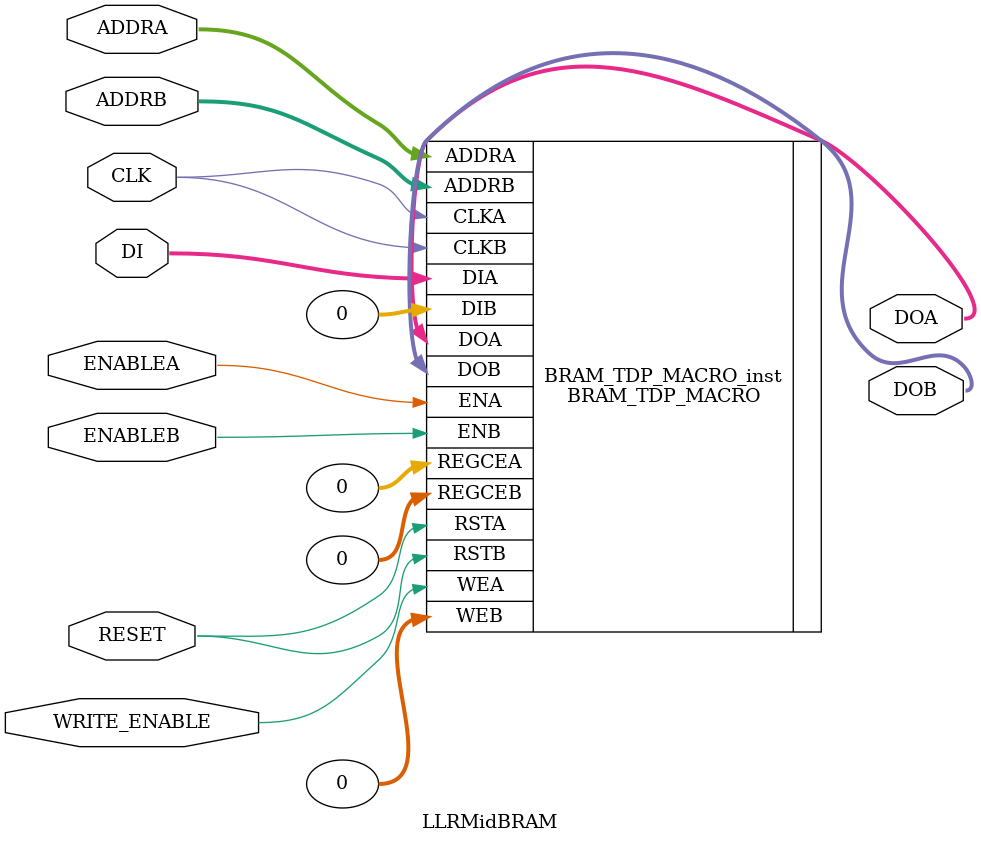
<source format=sv>
`timescale 1ns / 1ps


module LLRMidBRAM#(
parameter DATA_WIDTH=8,
parameter ADDR_WIDTH=11,
parameter READ_REG_ENABLE=0
)
(
        output wire [DATA_WIDTH-1:0] DOA,       // Output read data port, width defined by DATA_WIDTH parameter
        output wire [DATA_WIDTH-1:0] DOB,       // Output read data port, width defined by DATA_WIDTH parameter
        input wire  [DATA_WIDTH-1:0] DI,        // Input write data port, width defined by DATA_WIDTH parameter
        input wire  [ADDR_WIDTH-1:0] ADDRA, // Input  address, width defined by read port depth
        input wire  [ADDR_WIDTH-1:0] ADDRB, // Input  address, width defined by write port depth
        input wire RESET,       // 1-bit input reset      
        input wire CLK,   // 1-bit input read clock
        input wire ENABLEA,     // 1-bit input read port enable
        input wire ENABLEB,     // 1-bit input read port enable
        input wire WRITE_ENABLE      // 1-bit input write port enable
    );
    




       // BRAM_TDP_MACRO: True Dual Port RAM
       //                 Kintex-7
       // Xilinx HDL Language Template, version 2016.4
       
       //////////////////////////////////////////////////////////////////////////
       // DATA_WIDTH_A/B | BRAM_SIZE | RAM Depth | ADDRA/B Width | WEA/B Width //
       // ===============|===========|===========|===============|=============//
       //     19-36      |  "36Kb"   |    1024   |    10-bit     |    4-bit    //
       //     10-18      |  "36Kb"   |    2048   |    11-bit     |    2-bit    //
       //     10-18      |  "18Kb"   |    1024   |    10-bit     |    2-bit    //
       //      5-9       |  "36Kb"   |    4096   |    12-bit     |    1-bit    //
       //      5-9       |  "18Kb"   |    2048   |    11-bit     |    1-bit    //
       //      3-4       |  "36Kb"   |    8192   |    13-bit     |    1-bit    //
       //      3-4       |  "18Kb"   |    4096   |    12-bit     |    1-bit    //
       //        2       |  "36Kb"   |   16384   |    14-bit     |    1-bit    //
       //        2       |  "18Kb"   |    8192   |    13-bit     |    1-bit    //
       //        1       |  "36Kb"   |   32768   |    15-bit     |    1-bit    //
       //        1       |  "18Kb"   |   16384   |    14-bit     |    1-bit    //
       //////////////////////////////////////////////////////////////////////////
    
       BRAM_TDP_MACRO #(
          .BRAM_SIZE("18Kb"), // Target BRAM: "18Kb" or "36Kb" 
          .DEVICE("7SERIES"), // Target device: "7SERIES" 
          .DOA_REG(0),        // Optional port A output register (0 or 1)
          .DOB_REG(0),        // Optional port B output register (0 or 1)
          .INIT_A(36'h0000000),  // Initial values on port A output port
          .INIT_B(36'h00000000), // Initial values on port B output port
          .INIT_FILE ("NONE"),
          .READ_WIDTH_A (DATA_WIDTH),   // Valid values are 1-36 (19-36 only valid when BRAM_SIZE="36Kb")
          .READ_WIDTH_B (DATA_WIDTH),   // Valid values are 1-36 (19-36 only valid when BRAM_SIZE="36Kb")
          .SIM_COLLISION_CHECK ("ALL"), // Collision check enable "ALL", "WARNING_ONLY", 
                                        //   "GENERATE_X_ONLY" or "NONE" 
          .SRVAL_A(36'h00000000), // Set/Reset value for port A output
          .SRVAL_B(36'h00000000), // Set/Reset value for port B output
          .WRITE_MODE_A("WRITE_FIRST"), // "WRITE_FIRST", "READ_FIRST", or "NO_CHANGE" 
          .WRITE_MODE_B("WRITE_FIRST"), // "WRITE_FIRST", "READ_FIRST", or "NO_CHANGE" 
          .WRITE_WIDTH_A(DATA_WIDTH), // Valid values are 1-36 (19-36 only valid when BRAM_SIZE="36Kb")
          .WRITE_WIDTH_B(DATA_WIDTH), // Valid values are 1-36 (19-36 only valid when BRAM_SIZE="36Kb")
          .INIT_00(256'h0000000000000000000000000000000000000000000000000000000000000000),
          .INIT_01(256'h0000000000000000000000000000000000000000000000000000000000000000),
          .INIT_02(256'h0000000000000000000000000000000000000000000000000000000000000000),
          .INIT_03(256'h0000000000000000000000000000000000000000000000000000000000000000),
          .INIT_04(256'h0000000000000000000000000000000000000000000000000000000000000000),
          .INIT_05(256'h0000000000000000000000000000000000000000000000000000000000000000),
          .INIT_06(256'h0000000000000000000000000000000000000000000000000000000000000000),
          .INIT_07(256'h0000000000000000000000000000000000000000000000000000000000000000),
          .INIT_08(256'h0000000000000000000000000000000000000000000000000000000000000000),
          .INIT_09(256'h0000000000000000000000000000000000000000000000000000000000000000),
          .INIT_0A(256'h0000000000000000000000000000000000000000000000000000000000000000),
          .INIT_0B(256'h0000000000000000000000000000000000000000000000000000000000000000),
          .INIT_0C(256'h0000000000000000000000000000000000000000000000000000000000000000),
          .INIT_0D(256'h0000000000000000000000000000000000000000000000000000000000000000),
          .INIT_0E(256'h0000000000000000000000000000000000000000000000000000000000000000),
          .INIT_0F(256'h0000000000000000000000000000000000000000000000000000000000000000),
          .INIT_10(256'h0000000000000000000000000000000000000000000000000000000000000000),
          .INIT_11(256'h0000000000000000000000000000000000000000000000000000000000000000),
          .INIT_12(256'h0000000000000000000000000000000000000000000000000000000000000000),
          .INIT_13(256'h0000000000000000000000000000000000000000000000000000000000000000),
          .INIT_14(256'h0000000000000000000000000000000000000000000000000000000000000000),
          .INIT_15(256'h0000000000000000000000000000000000000000000000000000000000000000),
          .INIT_16(256'h0000000000000000000000000000000000000000000000000000000000000000),
          .INIT_17(256'h0000000000000000000000000000000000000000000000000000000000000000),
          .INIT_18(256'h0000000000000000000000000000000000000000000000000000000000000000),
          .INIT_19(256'h0000000000000000000000000000000000000000000000000000000000000000),
          .INIT_1A(256'h0000000000000000000000000000000000000000000000000000000000000000),
          .INIT_1B(256'h0000000000000000000000000000000000000000000000000000000000000000),
          .INIT_1C(256'h0000000000000000000000000000000000000000000000000000000000000000),
          .INIT_1D(256'h0000000000000000000000000000000000000000000000000000000000000000),
          .INIT_1E(256'h0000000000000000000000000000000000000000000000000000000000000000),
          .INIT_1F(256'h0000000000000000000000000000000000000000000000000000000000000000),
          .INIT_20(256'h0000000000000000000000000000000000000000000000000000000000000000),
          .INIT_21(256'h0000000000000000000000000000000000000000000000000000000000000000),
          .INIT_22(256'h0000000000000000000000000000000000000000000000000000000000000000),
          .INIT_23(256'h0000000000000000000000000000000000000000000000000000000000000000),
          .INIT_24(256'h0000000000000000000000000000000000000000000000000000000000000000),
          .INIT_25(256'h0000000000000000000000000000000000000000000000000000000000000000),
          .INIT_26(256'h0000000000000000000000000000000000000000000000000000000000000000),
          .INIT_27(256'h0000000000000000000000000000000000000000000000000000000000000000),
          .INIT_28(256'h0000000000000000000000000000000000000000000000000000000000000000),
          .INIT_29(256'h0000000000000000000000000000000000000000000000000000000000000000),
          .INIT_2A(256'h0000000000000000000000000000000000000000000000000000000000000000),
          .INIT_2B(256'h0000000000000000000000000000000000000000000000000000000000000000),
          .INIT_2C(256'h0000000000000000000000000000000000000000000000000000000000000000),
          .INIT_2D(256'h0000000000000000000000000000000000000000000000000000000000000000),
          .INIT_2E(256'h0000000000000000000000000000000000000000000000000000000000000000),
          .INIT_2F(256'h0000000000000000000000000000000000000000000000000000000000000000),
          .INIT_30(256'h0000000000000000000000000000000000000000000000000000000000000000),
          .INIT_31(256'h0000000000000000000000000000000000000000000000000000000000000000),
          .INIT_32(256'h0000000000000000000000000000000000000000000000000000000000000000),
          .INIT_33(256'h0000000000000000000000000000000000000000000000000000000000000000),
          .INIT_34(256'h0000000000000000000000000000000000000000000000000000000000000000),
          .INIT_35(256'h0000000000000000000000000000000000000000000000000000000000000000),
          .INIT_36(256'h0000000000000000000000000000000000000000000000000000000000000000),
          .INIT_37(256'h0000000000000000000000000000000000000000000000000000000000000000),
          .INIT_38(256'h0000000000000000000000000000000000000000000000000000000000000000),
          .INIT_39(256'h0000000000000000000000000000000000000000000000000000000000000000),
          .INIT_3A(256'h0000000000000000000000000000000000000000000000000000000000000000),
          .INIT_3B(256'h0000000000000000000000000000000000000000000000000000000000000000),
          .INIT_3C(256'h0000000000000000000000000000000000000000000000000000000000000000),
          .INIT_3D(256'h0000000000000000000000000000000000000000000000000000000000000000),
          .INIT_3E(256'h0000000000000000000000000000000000000000000000000000000000000000),
          .INIT_3F(256'h0000000000000000000000000000000000000000000000000000000000000000),
          
          // The next set of INIT_xx are valid when configured as 36Kb
          .INIT_40(256'h0000000000000000000000000000000000000000000000000000000000000000),
          .INIT_41(256'h0000000000000000000000000000000000000000000000000000000000000000),
          .INIT_42(256'h0000000000000000000000000000000000000000000000000000000000000000),
          .INIT_43(256'h0000000000000000000000000000000000000000000000000000000000000000),
          .INIT_44(256'h0000000000000000000000000000000000000000000000000000000000000000),
          .INIT_45(256'h0000000000000000000000000000000000000000000000000000000000000000),
          .INIT_46(256'h0000000000000000000000000000000000000000000000000000000000000000),
          .INIT_47(256'h0000000000000000000000000000000000000000000000000000000000000000),
          .INIT_48(256'h0000000000000000000000000000000000000000000000000000000000000000),
          .INIT_49(256'h0000000000000000000000000000000000000000000000000000000000000000),
          .INIT_4A(256'h0000000000000000000000000000000000000000000000000000000000000000),
          .INIT_4B(256'h0000000000000000000000000000000000000000000000000000000000000000),
          .INIT_4C(256'h0000000000000000000000000000000000000000000000000000000000000000),
          .INIT_4D(256'h0000000000000000000000000000000000000000000000000000000000000000),
          .INIT_4E(256'h0000000000000000000000000000000000000000000000000000000000000000),
          .INIT_4F(256'h0000000000000000000000000000000000000000000000000000000000000000),
          .INIT_50(256'h0000000000000000000000000000000000000000000000000000000000000000),
          .INIT_51(256'h0000000000000000000000000000000000000000000000000000000000000000),
          .INIT_52(256'h0000000000000000000000000000000000000000000000000000000000000000),
          .INIT_53(256'h0000000000000000000000000000000000000000000000000000000000000000),
          .INIT_54(256'h0000000000000000000000000000000000000000000000000000000000000000),
          .INIT_55(256'h0000000000000000000000000000000000000000000000000000000000000000),
          .INIT_56(256'h0000000000000000000000000000000000000000000000000000000000000000),
          .INIT_57(256'h0000000000000000000000000000000000000000000000000000000000000000),
          .INIT_58(256'h0000000000000000000000000000000000000000000000000000000000000000),
          .INIT_59(256'h0000000000000000000000000000000000000000000000000000000000000000),
          .INIT_5A(256'h0000000000000000000000000000000000000000000000000000000000000000),
          .INIT_5B(256'h0000000000000000000000000000000000000000000000000000000000000000),
          .INIT_5C(256'h0000000000000000000000000000000000000000000000000000000000000000),
          .INIT_5D(256'h0000000000000000000000000000000000000000000000000000000000000000),
          .INIT_5E(256'h0000000000000000000000000000000000000000000000000000000000000000),
          .INIT_5F(256'h0000000000000000000000000000000000000000000000000000000000000000),
          .INIT_60(256'h0000000000000000000000000000000000000000000000000000000000000000),
          .INIT_61(256'h0000000000000000000000000000000000000000000000000000000000000000),
          .INIT_62(256'h0000000000000000000000000000000000000000000000000000000000000000),
          .INIT_63(256'h0000000000000000000000000000000000000000000000000000000000000000),
          .INIT_64(256'h0000000000000000000000000000000000000000000000000000000000000000),
          .INIT_65(256'h0000000000000000000000000000000000000000000000000000000000000000),
          .INIT_66(256'h0000000000000000000000000000000000000000000000000000000000000000),
          .INIT_67(256'h0000000000000000000000000000000000000000000000000000000000000000),
          .INIT_68(256'h0000000000000000000000000000000000000000000000000000000000000000),
          .INIT_69(256'h0000000000000000000000000000000000000000000000000000000000000000),
          .INIT_6A(256'h0000000000000000000000000000000000000000000000000000000000000000),
          .INIT_6B(256'h0000000000000000000000000000000000000000000000000000000000000000),
          .INIT_6C(256'h0000000000000000000000000000000000000000000000000000000000000000),
          .INIT_6D(256'h0000000000000000000000000000000000000000000000000000000000000000),
          .INIT_6E(256'h0000000000000000000000000000000000000000000000000000000000000000),
          .INIT_6F(256'h0000000000000000000000000000000000000000000000000000000000000000),
          .INIT_70(256'h0000000000000000000000000000000000000000000000000000000000000000),
          .INIT_71(256'h0000000000000000000000000000000000000000000000000000000000000000),
          .INIT_72(256'h0000000000000000000000000000000000000000000000000000000000000000),
          .INIT_73(256'h0000000000000000000000000000000000000000000000000000000000000000),
          .INIT_74(256'h0000000000000000000000000000000000000000000000000000000000000000),
          .INIT_75(256'h0000000000000000000000000000000000000000000000000000000000000000),
          .INIT_76(256'h0000000000000000000000000000000000000000000000000000000000000000),
          .INIT_77(256'h0000000000000000000000000000000000000000000000000000000000000000),
          .INIT_78(256'h0000000000000000000000000000000000000000000000000000000000000000),
          .INIT_79(256'h0000000000000000000000000000000000000000000000000000000000000000),
          .INIT_7A(256'h0000000000000000000000000000000000000000000000000000000000000000),
          .INIT_7B(256'h0000000000000000000000000000000000000000000000000000000000000000),
          .INIT_7C(256'h0000000000000000000000000000000000000000000000000000000000000000),
          .INIT_7D(256'h0000000000000000000000000000000000000000000000000000000000000000),
          .INIT_7E(256'h0000000000000000000000000000000000000000000000000000000000000000),
          .INIT_7F(256'h0000000000000000000000000000000000000000000000000000000000000000),
         
          // The next set of INITP_xx are for the parity bits
          //.INIT_FF(256'h0000000000000000000000000000000000000000000000000000000000000000),
          .INITP_00(256'h0000000000000000000000000000000000000000000000000000000000000000),
          .INITP_01(256'h0000000000000000000000000000000000000000000000000000000000000000),
          .INITP_02(256'h0000000000000000000000000000000000000000000000000000000000000000),
          .INITP_03(256'h0000000000000000000000000000000000000000000000000000000000000000),
          .INITP_04(256'h0000000000000000000000000000000000000000000000000000000000000000),
          .INITP_05(256'h0000000000000000000000000000000000000000000000000000000000000000),
          .INITP_06(256'h0000000000000000000000000000000000000000000000000000000000000000),
          .INITP_07(256'h0000000000000000000000000000000000000000000000000000000000000000),
          
          // The next set of INITP_xx are valid when configured as 36Kb
          .INITP_08(256'h0000000000000000000000000000000000000000000000000000000000000000),
          .INITP_09(256'h0000000000000000000000000000000000000000000000000000000000000000),
          .INITP_0A(256'h0000000000000000000000000000000000000000000000000000000000000000),
          .INITP_0B(256'h0000000000000000000000000000000000000000000000000000000000000000),
          .INITP_0C(256'h0000000000000000000000000000000000000000000000000000000000000000),
          .INITP_0D(256'h0000000000000000000000000000000000000000000000000000000000000000),
          .INITP_0E(256'h0000000000000000000000000000000000000000000000000000000000000000),
          .INITP_0F(256'h0000000000000000000000000000000000000000000000000000000000000000)
       ) BRAM_TDP_MACRO_inst (
          .DOA(DOA),       // Output port-A data, width defined by READ_WIDTH_A parameter
          .DOB(DOB),       // Output port-B data, width defined by READ_WIDTH_B parameter
          .ADDRA(ADDRA),   // Input port-A address, width defined by Port A depth
          .ADDRB(ADDRB),   // Input port-B address, width defined by Port B depth
          .CLKA(CLK),     // 1-bit input port-A clock
          .CLKB(CLK),     // 1-bit input port-B clock
          .DIA(DI),       // Input port-A data, width defined by WRITE_WIDTH_A parameter
          .DIB(0),       // Input port-B data, width defined by WRITE_WIDTH_B parameter
          .ENA(ENABLEA),       // 1-bit input port-A enable
          .ENB(ENABLEB),       // 1-bit input port-B enable
          .REGCEA(READ_REG_ENABLE), // 1-bit input port-A output register enable
          .REGCEB(READ_REG_ENABLE), // 1-bit input port-B output register enable
          .RSTA(RESET),     // 1-bit input port-A reset
          .RSTB(RESET),     // 1-bit input port-B reset
          .WEA(WRITE_ENABLE),       // Input port-A write enable, width defined by Port A depth
          .WEB(0)        // Input port-B write enable, width defined by Port B depth
       );
    
       // End of BRAM_TDP_MACRO_inst instantiation
endmodule

</source>
